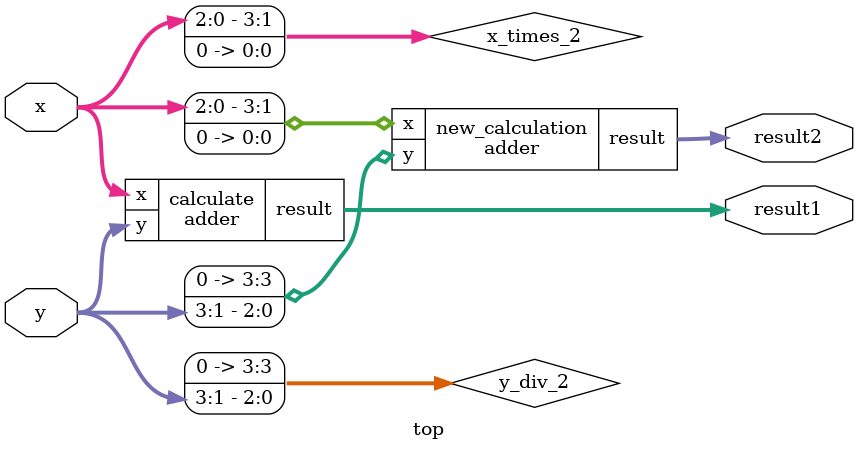
<source format=sv>
module adder (
    input wire [3:0] x,
    input wire [3:0] y,

    output wire [3:0] result
);

  assign result = x + y;

endmodule

module top (
    input  wire [3:0] x,
    input  wire [3:0] y,
    output wire [3:0] result1,
    output wire [3:0] result2
);

  adder calculate (
      .x(x),
      .y(y),
      .result(result1)
  );


  wire [3:0] x_times_2;
  wire [3:0] y_div_2;

  assign x_times_2 = {x[2:0], 1'b0};  // x * 2 shift left
  assign y_div_2   = {1'b0, y[3:1]};  // y / 2 shift right

  adder new_calculation (
      .x(x_times_2),
      .y(y_div_2),
      .result(result2)
  );

endmodule

</source>
